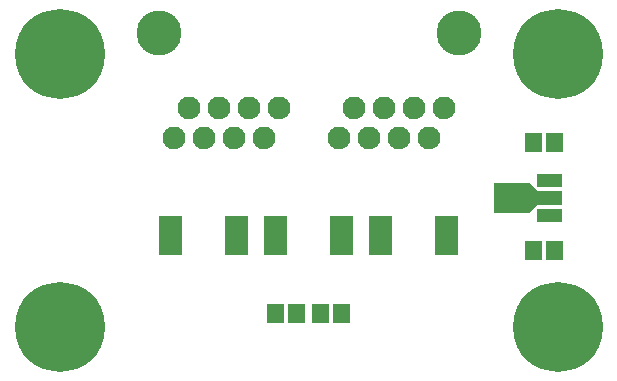
<source format=gbr>
G04 start of page 6 for group -4063 idx -4063 *
G04 Title: (unknown), componentmask *
G04 Creator: pcb 4.0.2 *
G04 CreationDate: Thu Dec 31 16:53:41 2020 UTC *
G04 For: petersen *
G04 Format: Gerber/RS-274X *
G04 PCB-Dimensions (mil): 2000.00 1250.00 *
G04 PCB-Coordinate-Origin: lower left *
%MOIN*%
%FSLAX25Y25*%
%LNTOPMASK*%
%ADD40C,0.0001*%
%ADD39C,0.1500*%
%ADD38C,0.0760*%
%ADD37C,0.2997*%
G54D37*X17000Y17000D03*
Y108000D03*
X183000D03*
Y17000D03*
G54D38*X145000Y90000D03*
X140000Y80000D03*
X135000Y90000D03*
G54D39*X150000Y115000D03*
G54D38*X130000Y80000D03*
X125000Y90000D03*
X120000Y80000D03*
X110000D03*
X85000D03*
X75000D03*
X65000D03*
X55000D03*
X115000Y90000D03*
X90000D03*
X80000D03*
X70000D03*
X60000D03*
G54D39*X50000Y115000D03*
G54D40*G36*
X92844Y54100D02*X85156D01*
Y40900D01*
X92844D01*
Y54100D01*
G37*
G36*
X57819D02*X50132D01*
Y40900D01*
X57819D01*
Y54100D01*
G37*
G36*
X79868D02*X72181D01*
Y40900D01*
X79868D01*
Y54100D01*
G37*
G36*
X106816Y24752D02*X101098D01*
Y18248D01*
X106816D01*
Y24752D01*
G37*
G36*
X113902D02*X108184D01*
Y18248D01*
X113902D01*
Y24752D01*
G37*
G36*
X127819Y54100D02*X120132D01*
Y40900D01*
X127819D01*
Y54100D01*
G37*
G36*
X149868D02*X142181D01*
Y40900D01*
X149868D01*
Y54100D01*
G37*
G36*
X114892D02*X107205D01*
Y40900D01*
X114892D01*
Y54100D01*
G37*
G36*
X91773Y24752D02*X86055D01*
Y18248D01*
X91773D01*
Y24752D01*
G37*
G36*
X98859D02*X93141D01*
Y18248D01*
X98859D01*
Y24752D01*
G37*
G36*
X176121Y56284D02*Y51904D01*
X184595D01*
Y56284D01*
X176121D01*
G37*
G36*
X184945Y81752D02*X179227D01*
Y75248D01*
X184945D01*
Y81752D01*
G37*
G36*
X177859D02*X172141D01*
Y75248D01*
X177859D01*
Y81752D01*
G37*
G36*
X184902Y45752D02*X179184D01*
Y39248D01*
X184902D01*
Y45752D01*
G37*
G36*
X177816D02*X172098D01*
Y39248D01*
X177816D01*
Y45752D01*
G37*
G36*
X168405Y62190D02*Y57810D01*
X184595D01*
Y62190D01*
X168405D01*
G37*
G36*
X161946Y65025D02*Y54975D01*
X173886D01*
Y65025D01*
X161946D01*
G37*
G36*
X176850Y58115D02*X175006Y59959D01*
X171742Y56695D01*
X173586Y54851D01*
X176850Y58115D01*
G37*
G36*
X173586Y65149D02*X171742Y63305D01*
X175006Y60041D01*
X176850Y61885D01*
X173586Y65149D01*
G37*
G36*
X176121Y68096D02*Y63716D01*
X184595D01*
Y68096D01*
X176121D01*
G37*
M02*

</source>
